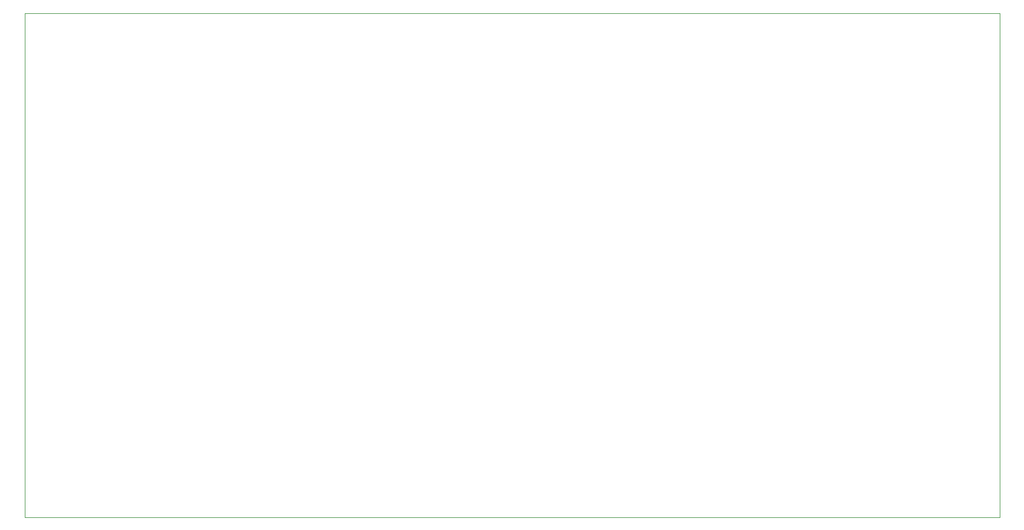
<source format=gm1>
G04 #@! TF.FileFunction,Profile,NP*
%FSLAX46Y46*%
G04 Gerber Fmt 4.6, Leading zero omitted, Abs format (unit mm)*
G04 Created by KiCad (PCBNEW 4.0.6) date 07/08/19 17:22:13*
%MOMM*%
%LPD*%
G01*
G04 APERTURE LIST*
%ADD10C,0.150000*%
%ADD11C,0.100000*%
G04 APERTURE END LIST*
D10*
D11*
X65476000Y-142338000D02*
X65476000Y-68338000D01*
X208476000Y-142338000D02*
X65476000Y-142338000D01*
X208476000Y-68338000D02*
X208476000Y-142338000D01*
X65476000Y-68338000D02*
X208476000Y-68338000D01*
M02*

</source>
